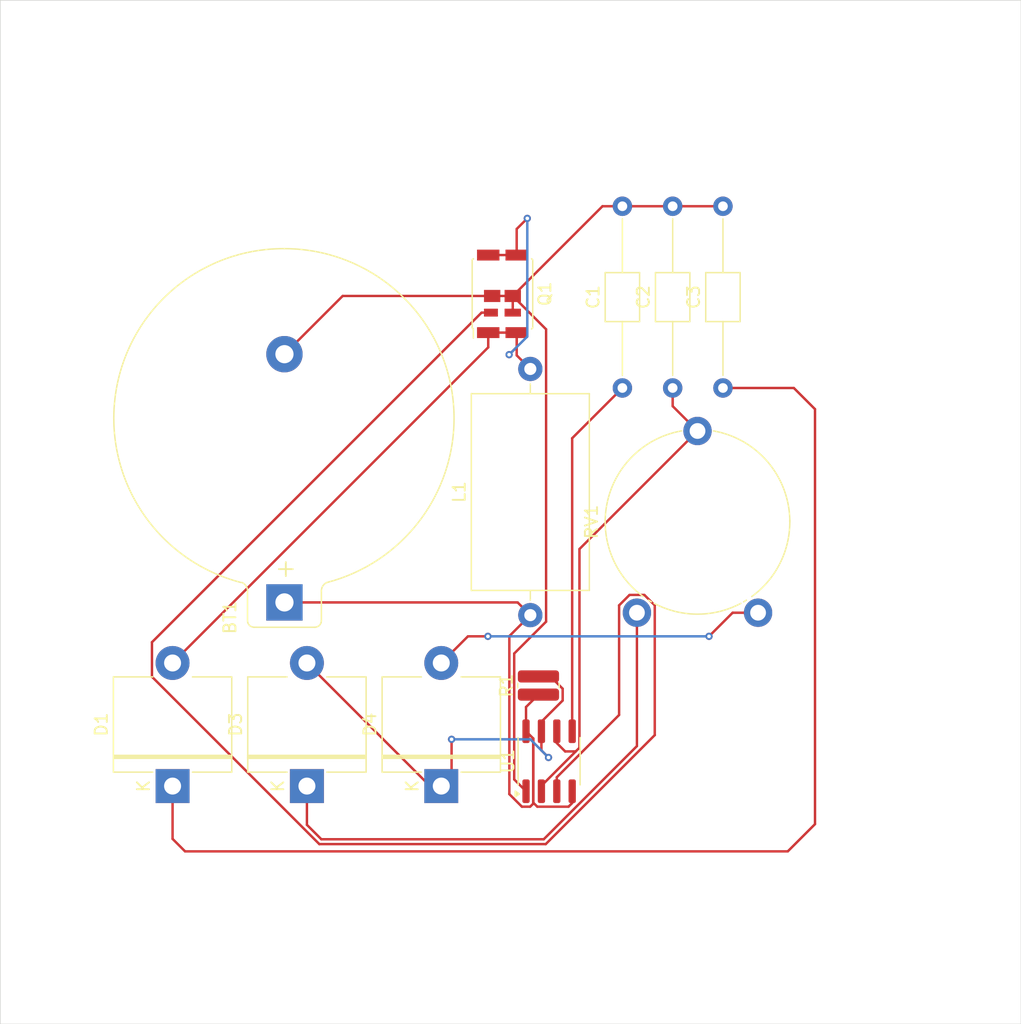
<source format=kicad_pcb>
(kicad_pcb (version 20241229) (generator "pcbnew") (generator_version "9.0")
  (layers (0 "F.Cu" signal) (2 "B.Cu" signal) (13 "F.Paste" user) (15 "B.Paste" user) (5 "F.SilkS" user "F.Silkscreen") (7 "B.SilkS" user "B.Silkscreen") (1 "F.Mask" user) (3 "B.Mask" user) (25 "Edge.Cuts" user))
  (net 0 "")
  (net 1 "+3.3V")
  (net 2 "GND")
  (net 3 "/cv")
  (net 4 "/thr")
  (net 5 "/diode3n")
  (net 6 "/diode3")
  (net 7 "/r1")
  (net 8 "Net-(D3-K)")
  (net 9 "Net-(D4-A)")
  (net 10 "/q")
  (footprint "Resistor_SMD:R_0612_1632Metric" (layer "F.Cu") (at 150.17 107.81 90)
    (property "Reference" "R1" (at 0 -2.65 90) (layer "F.SilkS"))
    (property "Value" "R")
    (fp_line (start -0.182983 -1.71) (end 0.182983 -1.71) (stroke (width 0.12)) (layer "F.SilkS"))
    (fp_line (start -0.182983 1.71) (end 0.182983 1.71) (stroke (width 0.12)) (layer "F.SilkS"))
    (pad "1" smd roundrect (at -0.75 0 90) (size 1 3.4) (layers "F.Cu" "F.Mask" "F.Paste") (net 1 "+3.3V"))
    (pad "2" smd roundrect (at 0.75 0 90) (size 1 3.4) (layers "F.Cu" "F.Mask" "F.Paste") (net 7 "/r1"))
  )
  (footprint "Capacitor_THT:C_Axial_L3.8mm_D2.6mm_P15.00mm_Horizontal" (layer "F.Cu") (at 157.1 83.25 90)
    (property "Reference" "C1" (at 7.5 -2.42 90) (layer "F.SilkS"))
    (property "Value" "C")
    (fp_line (start 9.52 -1.42) (end 5.48 -1.42) (stroke (width 0.12)) (layer "F.SilkS"))
    (fp_line (start 5.48 -1.42) (end 5.48 1.42) (stroke (width 0.12)) (layer "F.SilkS"))
    (fp_line (start 13.96 0) (end 9.52 0) (stroke (width 0.12)) (layer "F.SilkS"))
    (fp_line (start 1.04 0) (end 5.48 0) (stroke (width 0.12)) (layer "F.SilkS"))
    (fp_line (start 9.52 1.42) (end 9.52 -1.42) (stroke (width 0.12)) (layer "F.SilkS"))
    (fp_line (start 5.48 1.42) (end 9.52 1.42) (stroke (width 0.12)) (layer "F.SilkS"))
    (pad "1" thru_hole circle (at 0 0 90) (size 1.6 1.6) (drill 0.8) (layers "*.Cu" "*.Mask") (net 3 "/cv"))
    (pad "2" thru_hole oval (at 15 0 90) (size 1.6 1.6) (drill 0.8) (layers "*.Cu" "*.Mask") (net 2 "GND"))
  )
  (footprint "Package_DirectFET:DirectFET_MF" (layer "F.Cu") (at 147.2 75.48 90)
    (property "Reference" "Q1" (at 0 3.5 90) (layer "F.SilkS"))
    (property "Value" "IRF40DM229")
    (fp_line (start 2.8 -2.5) (end 2.9 -2.4) (stroke (width 0.12)) (layer "F.SilkS"))
    (fp_line (start -2.8 -2.5) (end 2.8 -2.5) (stroke (width 0.12)) (layer "F.SilkS"))
    (fp_line (start -2.9 -2.4) (end -2.8 -2.5) (stroke (width 0.12)) (layer "F.SilkS"))
    (fp_line (start -3.65 -2.4) (end -2.9 -2.4) (stroke (width 0.12)) (layer "F.SilkS"))
    (fp_line (start 2.9 2.4) (end 2.8 2.5) (stroke (width 0.12)) (layer "F.SilkS"))
    (fp_line (start 2.8 2.5) (end -2.8 2.5) (stroke (width 0.12)) (layer "F.SilkS"))
    (fp_line (start -2.8 2.5) (end -2.9 2.4) (stroke (width 0.12)) (layer "F.SilkS"))
    (pad "1" smd rect (at -3.2 -1.175 90) (size 0.9 1.85) (layers "F.Cu" "F.Mask" "F.Paste") (net 6 "/diode3"))
    (pad "1" smd rect (at -3.2 1.175 90) (size 0.9 1.85) (layers "F.Cu" "F.Mask" "F.Paste") (net 6 "/diode3"))
    (pad "1" smd rect (at 3.2 -1.175 90) (size 0.9 1.85) (layers "F.Cu" "F.Mask" "F.Paste") (net 6 "/diode3"))
    (pad "1" smd rect (at 3.2 1.175 90) (size 0.9 1.85) (layers "F.Cu" "F.Mask" "F.Paste") (net 6 "/diode3"))
    (pad "2" smd rect (at -1.55 -0.95 90) (size 0.65 1.15) (layers "F.Cu" "F.Mask" "F.Paste") (net 10 "/q"))
    (pad "3" smd rect (at -1.55 0.85 90) (size 0.65 1.35) (layers "F.Cu" "F.Mask" "F.Paste") (net 2 "GND"))
    (pad "3" smd rect (at -0.175 -0.85 90) (size 1 1.35) (layers "F.Cu" "F.Mask" "F.Paste") (net 2 "GND"))
    (pad "3" smd rect (at -0.175 0.85 90) (size 1 1.35) (layers "F.Cu" "F.Mask" "F.Paste") (net 2 "GND"))
  )
  (footprint "Inductor_THT:L_Axial_L16.0mm_D9.5mm_P20.32mm_Horizontal_Vishay_IM-10-37" (layer "F.Cu") (at 149.5 102 90)
    (property "Reference" "L1" (at 10.16 -5.87 90) (layer "F.SilkS"))
    (property "Value" "L")
    (fp_line (start 18.28 -4.87) (end 2.04 -4.87) (stroke (width 0.12)) (layer "F.SilkS"))
    (fp_line (start 2.04 -4.87) (end 2.04 4.87) (stroke (width 0.12)) (layer "F.SilkS"))
    (fp_line (start 19.08 0) (end 18.28 0) (stroke (width 0.12)) (layer "F.SilkS"))
    (fp_line (start 1.24 0) (end 2.04 0) (stroke (width 0.12)) (layer "F.SilkS"))
    (fp_line (start 18.28 4.87) (end 18.28 -4.87) (stroke (width 0.12)) (layer "F.SilkS"))
    (fp_line (start 2.04 4.87) (end 18.28 4.87) (stroke (width 0.12)) (layer "F.SilkS"))
    (pad "1" thru_hole circle (at 0 0 90) (size 2 2) (drill 1) (layers "*.Cu" "*.Mask") (net 1 "+3.3V"))
    (pad "2" thru_hole oval (at 20.32 0 90) (size 2 2) (drill 1) (layers "*.Cu" "*.Mask") (net 6 "/diode3"))
  )
  (footprint "Capacitor_THT:C_Axial_L3.8mm_D2.6mm_P15.00mm_Horizontal" (layer "F.Cu") (at 161.25 83.25 90)
    (property "Reference" "C2" (at 7.5 -2.42 90) (layer "F.SilkS"))
    (property "Value" "C")
    (fp_line (start 9.52 -1.42) (end 5.48 -1.42) (stroke (width 0.12)) (layer "F.SilkS"))
    (fp_line (start 5.48 -1.42) (end 5.48 1.42) (stroke (width 0.12)) (layer "F.SilkS"))
    (fp_line (start 13.96 0) (end 9.52 0) (stroke (width 0.12)) (layer "F.SilkS"))
    (fp_line (start 1.04 0) (end 5.48 0) (stroke (width 0.12)) (layer "F.SilkS"))
    (fp_line (start 9.52 1.42) (end 9.52 -1.42) (stroke (width 0.12)) (layer "F.SilkS"))
    (fp_line (start 5.48 1.42) (end 9.52 1.42) (stroke (width 0.12)) (layer "F.SilkS"))
    (pad "1" thru_hole circle (at 0 0 90) (size 1.6 1.6) (drill 0.8) (layers "*.Cu" "*.Mask") (net 4 "/thr"))
    (pad "2" thru_hole oval (at 15 0 90) (size 1.6 1.6) (drill 0.8) (layers "*.Cu" "*.Mask") (net 2 "GND"))
  )
  (footprint "Diode_THT:D_5KP_P10.16mm_Horizontal" (layer "F.Cu") (at 131.06 116.11 90)
    (property "Reference" "D3" (at 5.08 -5.885 90) (layer "F.SilkS"))
    (property "Value" "D")
    (fp_line (start 9.01 -4.885) (end 9.01 -1.64) (stroke (width 0.12)) (layer "F.SilkS"))
    (fp_line (start 2.533 -4.885) (end 2.533 4.885) (stroke (width 0.12)) (layer "F.SilkS"))
    (fp_line (start 2.413 -4.885) (end 2.413 4.885) (stroke (width 0.12)) (layer "F.SilkS"))
    (fp_line (start 2.293 -4.885) (end 2.293 4.885) (stroke (width 0.12)) (layer "F.SilkS"))
    (fp_line (start 1.15 -4.885) (end 9.01 -4.885) (stroke (width 0.12)) (layer "F.SilkS"))
    (fp_line (start 1.15 -1.64) (end 1.15 -4.885) (stroke (width 0.12)) (layer "F.SilkS"))
    (fp_line (start 1.15 1.64) (end 1.15 4.885) (stroke (width 0.12)) (layer "F.SilkS"))
    (fp_line (start 9.01 4.885) (end 9.01 1.64) (stroke (width 0.12)) (layer "F.SilkS"))
    (fp_line (start 1.15 4.885) (end 9.01 4.885) (stroke (width 0.12)) (layer "F.SilkS"))
    (fp_text user "K" (at 0 -2.4 90) (layer "F.SilkS"))
    (pad "1" thru_hole rect (at 0 0 90) (size 2.8 2.8) (drill 1.4) (layers "*.Cu" "*.Mask") (net 8 "Net-(D3-K)"))
    (pad "2" thru_hole oval (at 10.16 0 90) (size 2.8 2.8) (drill 1.4) (layers "*.Cu" "*.Mask") (net 7 "/r1"))
  )
  (footprint "Diode_THT:D_5KP_P10.16mm_Horizontal" (layer "F.Cu") (at 142.15 116.11 90)
    (property "Reference" "D4" (at 5.08 -5.885 90) (layer "F.SilkS"))
    (property "Value" "D")
    (fp_line (start 9.01 -4.885) (end 9.01 -1.64) (stroke (width 0.12)) (layer "F.SilkS"))
    (fp_line (start 2.533 -4.885) (end 2.533 4.885) (stroke (width 0.12)) (layer "F.SilkS"))
    (fp_line (start 2.413 -4.885) (end 2.413 4.885) (stroke (width 0.12)) (layer "F.SilkS"))
    (fp_line (start 2.293 -4.885) (end 2.293 4.885) (stroke (width 0.12)) (layer "F.SilkS"))
    (fp_line (start 1.15 -4.885) (end 9.01 -4.885) (stroke (width 0.12)) (layer "F.SilkS"))
    (fp_line (start 1.15 -1.64) (end 1.15 -4.885) (stroke (width 0.12)) (layer "F.SilkS"))
    (fp_line (start 1.15 1.64) (end 1.15 4.885) (stroke (width 0.12)) (layer "F.SilkS"))
    (fp_line (start 9.01 4.885) (end 9.01 1.64) (stroke (width 0.12)) (layer "F.SilkS"))
    (fp_line (start 1.15 4.885) (end 9.01 4.885) (stroke (width 0.12)) (layer "F.SilkS"))
    (fp_text user "K" (at 0 -2.4 90) (layer "F.SilkS"))
    (pad "1" thru_hole rect (at 0 0 90) (size 2.8 2.8) (drill 1.4) (layers "*.Cu" "*.Mask") (net 7 "/r1"))
    (pad "2" thru_hole oval (at 10.16 0 90) (size 2.8 2.8) (drill 1.4) (layers "*.Cu" "*.Mask") (net 9 "Net-(D4-A)"))
  )
  (footprint "Capacitor_THT:C_Axial_L3.8mm_D2.6mm_P15.00mm_Horizontal" (layer "F.Cu") (at 165.4 83.25 90)
    (property "Reference" "C3" (at 7.5 -2.42 90) (layer "F.SilkS"))
    (property "Value" "C")
    (fp_line (start 9.52 -1.42) (end 5.48 -1.42) (stroke (width 0.12)) (layer "F.SilkS"))
    (fp_line (start 5.48 -1.42) (end 5.48 1.42) (stroke (width 0.12)) (layer "F.SilkS"))
    (fp_line (start 13.96 0) (end 9.52 0) (stroke (width 0.12)) (layer "F.SilkS"))
    (fp_line (start 1.04 0) (end 5.48 0) (stroke (width 0.12)) (layer "F.SilkS"))
    (fp_line (start 9.52 1.42) (end 9.52 -1.42) (stroke (width 0.12)) (layer "F.SilkS"))
    (fp_line (start 5.48 1.42) (end 9.52 1.42) (stroke (width 0.12)) (layer "F.SilkS"))
    (pad "1" thru_hole circle (at 0 0 90) (size 1.6 1.6) (drill 0.8) (layers "*.Cu" "*.Mask") (net 5 "/diode3n"))
    (pad "2" thru_hole oval (at 15 0 90) (size 1.6 1.6) (drill 0.8) (layers "*.Cu" "*.Mask") (net 2 "GND"))
  )
  (footprint "Battery:BatteryHolder_Keystone_107_1x23mm" (layer "F.Cu") (at 129.20458 100.95 90)
    (property "Reference" "BT1" (at -1.25 -4.5 90) (layer "F.SilkS"))
    (property "Value" "Battery_Cell")
    (fp_line (start 0.95 -3.05) (end -1.5 -3.05) (stroke (width 0.12)) (layer "F.SilkS"))
    (fp_line (start -2.05 -2.5) (end -2.05 2.5) (stroke (width 0.12)) (layer "F.SilkS"))
    (fp_line (start -1.5 3.05) (end 0.95 3.05) (stroke (width 0.12)) (layer "F.SilkS"))
    (fp_arc (start 1.65 -3.604769) (mid 17.016593 -13.966381) (end 29.2 0) (stroke (width 0.12)) (layer "F.SilkS"))
    (fp_arc (start 1.65 -3.52) (mid 1.371575 -3.1784) (end 0.95 -3.05) (stroke (width 0.12)) (layer "F.SilkS"))
    (fp_arc (start -2.05 -2.5) (mid -1.888909 -2.888909) (end -1.5 -3.05) (stroke (width 0.12)) (layer "F.SilkS"))
    (fp_arc (start 29.2 0) (mid 16.974433 13.886952) (end 1.65 3.52) (stroke (width 0.12)) (layer "F.SilkS"))
    (fp_arc (start 0.95 3.05) (mid 1.371574 3.1784) (end 1.65 3.52) (stroke (width 0.12)) (layer "F.SilkS"))
    (fp_arc (start -1.5 3.05) (mid -1.888909 2.888909) (end -2.05 2.5) (stroke (width 0.12)) (layer "F.SilkS"))
    (fp_text user "+" (at 2.75 0 90) (layer "F.SilkS") (effects (font (size 1.5 1.5))))
    (pad "1" thru_hole rect (at 0 0 90) (size 3 3) (drill 1.5) (layers "*.Cu" "*.Mask") (net 1 "+3.3V"))
    (pad "2" thru_hole circle (at 20.49 0 90) (size 3 3) (drill 1.5) (layers "*.Cu" "*.Mask") (net 2 "GND"))
  )
  (footprint "Package_SO:SOIC-8_3.9x4.9mm_P1.27mm" (layer "F.Cu") (at 151.05 114.06 90)
    (property "Reference" "U1" (at 0 -3.4 90) (layer "F.SilkS"))
    (property "Value" "LM555xM")
    (fp_line (start 0 -2.56) (end 1.95 -2.56) (stroke (width 0.12)) (layer "F.SilkS"))
    (fp_line (start 0 -2.56) (end -1.95 -2.56) (stroke (width 0.12)) (layer "F.SilkS"))
    (fp_line (start 0 2.56) (end 1.95 2.56) (stroke (width 0.12)) (layer "F.SilkS"))
    (fp_line (start 0 2.56) (end -1.95 2.56) (stroke (width 0.12)) (layer "F.SilkS"))
    (fp_poly (pts (xy -2.7 -2.465) (xy -2.94 -2.795) (xy -2.46 -2.795) (xy -2.7 -2.465)) (stroke (width 0.12)) (fill yes) (layer "F.SilkS"))
    (pad "1" smd roundrect (at -2.475 -1.905 90) (size 1.95 0.6) (layers "F.Cu" "F.Mask" "F.Paste") (net 2 "GND"))
    (pad "2" smd roundrect (at -2.475 -0.635 90) (size 1.95 0.6) (layers "F.Cu" "F.Mask" "F.Paste") (net 4 "/thr"))
    (pad "3" smd roundrect (at -2.475 0.635 90) (size 1.95 0.6) (layers "F.Cu" "F.Mask" "F.Paste") (net 10 "/q"))
    (pad "4" smd roundrect (at -2.475 1.905 90) (size 1.95 0.6) (layers "F.Cu" "F.Mask" "F.Paste") (net 1 "+3.3V"))
    (pad "5" smd roundrect (at 2.475 1.905 90) (size 1.95 0.6) (layers "F.Cu" "F.Mask" "F.Paste") (net 3 "/cv"))
    (pad "6" smd roundrect (at 2.475 0.635 90) (size 1.95 0.6) (layers "F.Cu" "F.Mask" "F.Paste") (net 4 "/thr"))
    (pad "7" smd roundrect (at 2.475 -0.635 90) (size 1.95 0.6) (layers "F.Cu" "F.Mask" "F.Paste") (net 7 "/r1"))
    (pad "8" smd roundrect (at 2.475 -1.905 90) (size 1.95 0.6) (layers "F.Cu" "F.Mask" "F.Paste") (net 1 "+3.3V"))
  )
  (footprint "Diode_THT:D_5KP_P10.16mm_Horizontal" (layer "F.Cu") (at 119.97 116.11 90)
    (property "Reference" "D1" (at 5.08 -5.885 90) (layer "F.SilkS"))
    (property "Value" "D")
    (fp_line (start 9.01 -4.885) (end 9.01 -1.64) (stroke (width 0.12)) (layer "F.SilkS"))
    (fp_line (start 2.533 -4.885) (end 2.533 4.885) (stroke (width 0.12)) (layer "F.SilkS"))
    (fp_line (start 2.413 -4.885) (end 2.413 4.885) (stroke (width 0.12)) (layer "F.SilkS"))
    (fp_line (start 2.293 -4.885) (end 2.293 4.885) (stroke (width 0.12)) (layer "F.SilkS"))
    (fp_line (start 1.15 -4.885) (end 9.01 -4.885) (stroke (width 0.12)) (layer "F.SilkS"))
    (fp_line (start 1.15 -1.64) (end 1.15 -4.885) (stroke (width 0.12)) (layer "F.SilkS"))
    (fp_line (start 1.15 1.64) (end 1.15 4.885) (stroke (width 0.12)) (layer "F.SilkS"))
    (fp_line (start 9.01 4.885) (end 9.01 1.64) (stroke (width 0.12)) (layer "F.SilkS"))
    (fp_line (start 1.15 4.885) (end 9.01 4.885) (stroke (width 0.12)) (layer "F.SilkS"))
    (fp_text user "K" (at 0 -2.4 90) (layer "F.SilkS"))
    (pad "1" thru_hole rect (at 0 0 90) (size 2.8 2.8) (drill 1.4) (layers "*.Cu" "*.Mask") (net 5 "/diode3n"))
    (pad "2" thru_hole oval (at 10.16 0 90) (size 2.8 2.8) (drill 1.4) (layers "*.Cu" "*.Mask") (net 6 "/diode3"))
  )
  (footprint "Potentiometer_THT:Potentiometer_Piher_PT-15-V15_Vertical_Hole" (layer "F.Cu") (at 168.3 101.8 90)
    (property "Reference" "RV1" (at 7.5 -13.75 90) (layer "F.SilkS"))
    (property "Value" "R_Potentiometer")
    (fp_arc (start 1.335622 -9.480307) (mid 9.21553 -12.424935) (end 15.005 -6.322) (stroke (width 0.12)) (layer "F.SilkS"))
    (fp_arc (start 0.902012 -8.810055) (mid 0.969511 -8.924625) (end 1.039 -9.038) (stroke (width 0.12)) (layer "F.SilkS"))
    (fp_arc (start 15.004235 -3.676801) (mid 12.398042 0.837259) (end 7.5 2.62) (stroke (width 0.12)) (layer "F.SilkS"))
    (fp_arc (start 0.772013 -1.423856) (mid -0.119358 -5.001051) (end 0.773 -8.578) (stroke (width 0.12)) (layer "F.SilkS"))
    (fp_arc (start 1.037952 -0.963019) (mid 0.968481 -1.076412) (end 0.901 -1.191) (stroke (width 0.12)) (layer "F.SilkS"))
    (fp_arc (start 7.632064 2.618548) (mid 4.099288 1.818715) (end 1.335 -0.522) (stroke (width 0.12)) (layer "F.SilkS"))
    (pad "" np_thru_hole circle (at 7.5 -5 90) (size 7 7) (drill 7) (layers "*.Cu" "*.Mask"))
    (pad "1" thru_hole circle (at 0 0 90) (size 2.34 2.34) (drill 1.3) (layers "*.Cu" "*.Mask") (net 9 "Net-(D4-A)"))
    (pad "2" thru_hole circle (at 15 -5 90) (size 2.34 2.34) (drill 1.3) (layers "*.Cu" "*.Mask") (net 4 "/thr"))
    (pad "3" thru_hole circle (at 0 -10 90) (size 2.34 2.34) (drill 1.3) (layers "*.Cu" "*.Mask") (net 8 "Net-(D3-K)"))
  )
  (gr_rect (start 105.75 51.25) (end 190 135.75) (stroke (width 0.05)) (fill no) (layer "Edge.Cuts"))
  (segment (start 149.5 102) (end 147.768 103.732) (width 0.2) (layer "F.Cu") (net 1))
  (segment (start 149.746 112.186) (end 149.145 111.585) (width 0.2) (layer "F.Cu") (net 1))
  (segment (start 152.653999 117.811) (end 150.074032 117.811) (width 0.2) (layer "F.Cu") (net 1))
  (segment (start 149.145 109.585) (end 150.17 108.56) (width 0.2) (layer "F.Cu") (net 1))
  (segment (start 147.768 103.732) (end 147.768 116.774968) (width 0.2) (layer "F.Cu") (net 1))
  (segment (start 149.746 117.482968) (end 149.746 112.186) (width 0.2) (layer "F.Cu") (net 1))
  (segment (start 152.955 116.535) (end 152.955 117.509999) (width 0.2) (layer "F.Cu") (net 1))
  (segment (start 152.955 117.509999) (end 152.653999 117.811) (width 0.2) (layer "F.Cu") (net 1))
  (segment (start 147.768 116.774968) (end 148.804032 117.811) (width 0.2) (layer "F.Cu") (net 1))
  (segment (start 129.20458 100.95) (end 148.45 100.95) (width 0.2) (layer "F.Cu") (net 1))
  (segment (start 148.45 100.95) (end 149.5 102) (width 0.2) (layer "F.Cu") (net 1))
  (segment (start 150.074032 117.811) (end 149.746 117.482968) (width 0.2) (layer "F.Cu") (net 1))
  (segment (start 149.746 117.550968) (end 149.746 112.186) (width 0.2) (layer "F.Cu") (net 1))
  (segment (start 148.804032 117.811) (end 149.485968 117.811) (width 0.2) (layer "F.Cu") (net 1))
  (segment (start 149.145 111.585) (end 149.145 109.585) (width 0.2) (layer "F.Cu") (net 1))
  (segment (start 149.485968 117.811) (end 149.746 117.550968) (width 0.2) (layer "F.Cu") (net 1))
  (segment (start 157.1 68.25) (end 165.4 68.25) (width 0.2) (layer "F.Cu") (net 2))
  (segment (start 148.169 115.559) (end 149.145 116.535) (width 0.2) (layer "F.Cu") (net 2))
  (segment (start 150.801 102.538892) (end 148.169 105.170892) (width 0.2) (layer "F.Cu") (net 2))
  (segment (start 129.20458 80.46) (end 134.00958 75.655) (width 0.2) (layer "F.Cu") (net 2))
  (segment (start 148.05 75.655) (end 146.35 75.655) (width 0.2) (layer "F.Cu") (net 2))
  (segment (start 150.801 78.406) (end 150.801 102.538892) (width 0.2) (layer "F.Cu") (net 2))
  (segment (start 155.455 68.25) (end 148.05 75.655) (width 0.2) (layer "F.Cu") (net 2))
  (segment (start 148.169 105.170892) (end 148.169 115.559) (width 0.2) (layer "F.Cu") (net 2))
  (segment (start 157.1 68.25) (end 155.455 68.25) (width 0.2) (layer "F.Cu") (net 2))
  (segment (start 148.05 75.655) (end 150.801 78.406) (width 0.2) (layer "F.Cu") (net 2))
  (segment (start 148.05 75.655) (end 148.05 77.03) (width 0.2) (layer "F.Cu") (net 2))
  (segment (start 134.00958 75.655) (end 146.35 75.655) (width 0.2) (layer "F.Cu") (net 2))
  (segment (start 152.955 111.585) (end 152.955 87.395) (width 0.2) (layer "F.Cu") (net 3))
  (segment (start 152.955 87.395) (end 157.1 83.25) (width 0.2) (layer "F.Cu") (net 3))
  (segment (start 161.25 84.75) (end 163.3 86.8) (width 0.2) (layer "F.Cu") (net 4))
  (segment (start 153.25 113.25) (end 150.415 116.085) (width 0.2) (layer "F.Cu") (net 4))
  (segment (start 151.685 111.585) (end 151.685 112.559999) (width 0.2) (layer "F.Cu") (net 4))
  (segment (start 151.685 112.559999) (end 152.375001 113.25) (width 0.2) (layer "F.Cu") (net 4))
  (segment (start 150.415 116.085) (end 150.415 116.535) (width 0.2) (layer "F.Cu") (net 4))
  (segment (start 153.556 96.544) (end 153.556 112.944) (width 0.2) (layer "F.Cu") (net 4))
  (segment (start 152.375001 113.25) (end 153.25 113.25) (width 0.2) (layer "F.Cu") (net 4))
  (segment (start 163.3 86.8) (end 153.556 96.544) (width 0.2) (layer "F.Cu") (net 4))
  (segment (start 153.556 112.944) (end 153.25 113.25) (width 0.2) (layer "F.Cu") (net 4))
  (segment (start 161.25 83.25) (end 161.25 84.75) (width 0.2) (layer "F.Cu") (net 4))
  (segment (start 170.75 121.5) (end 121 121.5) (width 0.2) (layer "F.Cu") (net 5))
  (segment (start 121 121.5) (end 119.97 120.47) (width 0.2) (layer "F.Cu") (net 5))
  (segment (start 173 119.25) (end 170.75 121.5) (width 0.2) (layer "F.Cu") (net 5))
  (segment (start 173 85) (end 173 119.25) (width 0.2) (layer "F.Cu") (net 5))
  (segment (start 171.25 83.25) (end 165.4 83.25) (width 0.2) (layer "F.Cu") (net 5))
  (segment (start 171.25 83.25) (end 173 85) (width 0.2) (layer "F.Cu") (net 5))
  (segment (start 119.97 120.47) (end 119.97 116.11) (width 0.2) (layer "F.Cu") (net 5))
  (segment (start 119.97 105.95) (end 146.025 79.895) (width 0.2) (layer "F.Cu") (net 6))
  (segment (start 146.025 72.28) (end 148.375 72.28) (width 0.2) (layer "F.Cu") (net 6))
  (segment (start 148.375 80.555) (end 149.5 81.68) (width 0.2) (layer "F.Cu") (net 6))
  (segment (start 148.375 72.28) (end 148.375 70.125) (width 0.2) (layer "F.Cu") (net 6))
  (segment (start 146.025 78.68) (end 148.375 78.68) (width 0.2) (layer "F.Cu") (net 6))
  (segment (start 148.375 70.125) (end 149.25 69.25) (width 0.2) (layer "F.Cu") (net 6))
  (segment (start 148.375 79.875) (end 148.375 78.68) (width 0.2) (layer "F.Cu") (net 6))
  (segment (start 147.75 80.5) (end 148.375 79.875) (width 0.2) (layer "F.Cu") (net 6))
  (segment (start 148.375 78.68) (end 148.375 80.555) (width 0.2) (layer "F.Cu") (net 6))
  (segment (start 146.025 79.895) (end 146.025 78.68) (width 0.2) (layer "F.Cu") (net 6))
  (via (at 149.25 69.25) (size 0.6) (drill 0.3) (layers "F.Cu" "B.Cu") (net 6))
  (via (at 147.75 80.5) (size 0.6) (drill 0.3) (layers "F.Cu" "B.Cu") (net 6))
  (segment (start 149.25 79) (end 147.75 80.5) (width 0.2) (layer "B.Cu") (net 6))
  (segment (start 149.25 69.25) (end 149.25 79) (width 0.2) (layer "B.Cu") (net 6))
  (segment (start 152.171 108.07484) (end 152.171 109.04516) (width 0.2) (layer "F.Cu") (net 7))
  (segment (start 150.415 113.165) (end 150.415 111.585) (width 0.2) (layer "F.Cu") (net 7))
  (segment (start 142.15 116.11) (end 143 115.26) (width 0.2) (layer "F.Cu") (net 7))
  (segment (start 150.17 107.06) (end 151.15616 107.06) (width 0.2) (layer "F.Cu") (net 7))
  (segment (start 151 113.75) (end 150.415 113.165) (width 0.2) (layer "F.Cu") (net 7))
  (segment (start 131.06 105.95) (end 141.22 116.11) (width 0.2) (layer "F.Cu") (net 7))
  (segment (start 151.15616 107.06) (end 152.171 108.07484) (width 0.2) (layer "F.Cu") (net 7))
  (segment (start 143 115.26) (end 143 112.25) (width 0.2) (layer "F.Cu") (net 7))
  (segment (start 152.171 109.04516) (end 150.415 110.80116) (width 0.2) (layer "F.Cu") (net 7))
  (segment (start 141.22 116.11) (end 142.15 116.11) (width 0.2) (layer "F.Cu") (net 7))
  (segment (start 150.415 110.80116) (end 150.415 111.585) (width 0.2) (layer "F.Cu") (net 7))
  (via (at 143 112.25) (size 0.6) (drill 0.3) (layers "F.Cu" "B.Cu") (net 7))
  (via (at 151 113.75) (size 0.6) (drill 0.3) (layers "F.Cu" "B.Cu") (net 7))
  (segment (start 143 112.25) (end 149.5 112.25) (width 0.2) (layer "B.Cu") (net 7))
  (segment (start 149.5 112.25) (end 151 113.75) (width 0.2) (layer "B.Cu") (net 7))
  (segment (start 131.06 116.11) (end 131.06 119.31) (width 0.2) (layer "F.Cu") (net 8))
  (segment (start 150.606968 120.5) (end 158.3 112.806968) (width 0.2) (layer "F.Cu") (net 8))
  (segment (start 131.06 119.31) (end 132.25 120.5) (width 0.2) (layer "F.Cu") (net 8))
  (segment (start 158.3 112.806968) (end 158.3 101.8) (width 0.2) (layer "F.Cu") (net 8))
  (segment (start 132.25 120.5) (end 150.606968 120.5) (width 0.2) (layer "F.Cu") (net 8))
  (segment (start 164.25 103.75) (end 166.2 101.8) (width 0.2) (layer "F.Cu") (net 9))
  (segment (start 142.15 105.95) (end 144.35 103.75) (width 0.2) (layer "F.Cu") (net 9))
  (segment (start 144.35 103.75) (end 146 103.75) (width 0.2) (layer "F.Cu") (net 9))
  (segment (start 166.2 101.8) (end 168.3 101.8) (width 0.2) (layer "F.Cu") (net 9))
  (via (at 146 103.75) (size 0.6) (drill 0.3) (layers "F.Cu" "B.Cu") (net 9))
  (via (at 164.25 103.75) (size 0.6) (drill 0.3) (layers "F.Cu" "B.Cu") (net 9))
  (segment (start 146 103.75) (end 164.25 103.75) (width 0.2) (layer "B.Cu") (net 9))
  (segment (start 156.829 110.2381) (end 156.829 101.190691) (width 0.2) (layer "F.Cu") (net 10))
  (segment (start 132.0839 120.901) (end 118.269 107.0861) (width 0.2) (layer "F.Cu") (net 10))
  (segment (start 151.685 116.535) (end 151.685 115.3821) (width 0.2) (layer "F.Cu") (net 10))
  (segment (start 157.690691 100.329) (end 158.909309 100.329) (width 0.2) (layer "F.Cu") (net 10))
  (segment (start 156.829 101.190691) (end 157.690691 100.329) (width 0.2) (layer "F.Cu") (net 10))
  (segment (start 151.685 115.3821) (end 156.829 110.2381) (width 0.2) (layer "F.Cu") (net 10))
  (segment (start 145.475 77.03) (end 146.25 77.03) (width 0.2) (layer "F.Cu") (net 10))
  (segment (start 118.269 104.236) (end 145.475 77.03) (width 0.2) (layer "F.Cu") (net 10))
  (segment (start 150.773068 120.901) (end 132.0839 120.901) (width 0.2) (layer "F.Cu") (net 10))
  (segment (start 159.771 101.190691) (end 159.771 111.903068) (width 0.2) (layer "F.Cu") (net 10))
  (segment (start 158.909309 100.329) (end 159.771 101.190691) (width 0.2) (layer "F.Cu") (net 10))
  (segment (start 118.269 107.0861) (end 118.269 104.236) (width 0.2) (layer "F.Cu") (net 10))
  (segment (start 159.771 111.903068) (end 150.773068 120.901) (width 0.2) (layer "F.Cu") (net 10))
)
</source>
